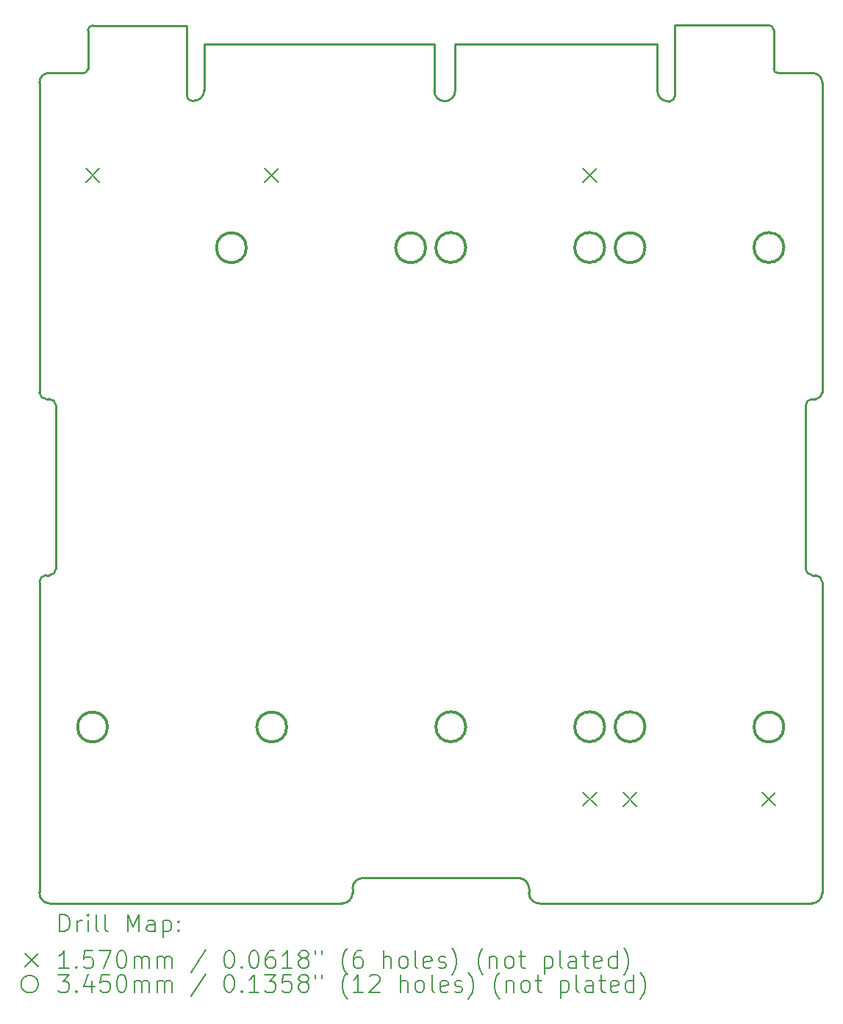
<source format=gbr>
%TF.GenerationSoftware,KiCad,Pcbnew,7.0.1*%
%TF.CreationDate,2023-06-20T19:29:45-04:00*%
%TF.ProjectId,batteryboard,62617474-6572-4796-926f-6172642e6b69,rev?*%
%TF.SameCoordinates,Original*%
%TF.FileFunction,Drillmap*%
%TF.FilePolarity,Positive*%
%FSLAX45Y45*%
G04 Gerber Fmt 4.5, Leading zero omitted, Abs format (unit mm)*
G04 Created by KiCad (PCBNEW 7.0.1) date 2023-06-20 19:29:45*
%MOMM*%
%LPD*%
G01*
G04 APERTURE LIST*
%ADD10C,0.254000*%
%ADD11C,0.200000*%
%ADD12C,0.157000*%
%ADD13C,0.345000*%
G04 APERTURE END LIST*
D10*
X10962640Y-14277340D02*
X10962640Y-14224000D01*
X10962640Y-14277340D02*
G75*
G03*
X11082020Y-14396720I119380J0D01*
G01*
X6474221Y-4284136D02*
X6944215Y-4284136D01*
X14150340Y-10541000D02*
X14150340Y-8663940D01*
X9872219Y-5037935D02*
G75*
G03*
X10112221Y-5037937I120001J-5D01*
G01*
X12442224Y-5037937D02*
G75*
G03*
X12562222Y-5157936I119996J-3D01*
G01*
X7102223Y-5152932D02*
G75*
G03*
X7222222Y-5032934I-3J120002D01*
G01*
X14340840Y-4942758D02*
G75*
G03*
X14230552Y-4832470I-110290J-3D01*
G01*
X12642221Y-5100436D02*
X12642221Y-4490436D01*
X10112221Y-5037935D02*
X10112221Y-4500436D01*
X9872223Y-5037935D02*
X9872223Y-4500436D01*
X10112222Y-4500435D02*
X12442222Y-4500435D01*
X7022224Y-5095433D02*
X7022224Y-4485433D01*
X12442223Y-5037935D02*
X12442223Y-4500436D01*
X5433885Y-4832470D02*
G75*
G03*
X5323840Y-4942514I-5J-110040D01*
G01*
X12562222Y-5157936D02*
X12584721Y-5157936D01*
X5833885Y-4832470D02*
G75*
G03*
X5882200Y-4784154I-5J48320D01*
G01*
X7222222Y-5032932D02*
X7222222Y-4500435D01*
X14150340Y-10541000D02*
G75*
G03*
X14226540Y-10617200I76200J0D01*
G01*
X7079724Y-5152933D02*
X7102223Y-5152933D01*
X7222222Y-4500435D02*
X9872222Y-4500435D01*
X12704006Y-4282268D02*
X12774679Y-4282268D01*
X12584721Y-5157941D02*
G75*
G03*
X12642221Y-5100436I-1J57501D01*
G01*
X5323840Y-8511540D02*
G75*
G03*
X5400040Y-8587740I76200J0D01*
G01*
X5939720Y-4284139D02*
G75*
G03*
X5882219Y-4341637I0J-57501D01*
G01*
X14264640Y-8587740D02*
G75*
G03*
X14340840Y-8511540I0J76200D01*
G01*
X13782218Y-4784136D02*
X13782218Y-4339137D01*
X5438140Y-10617200D02*
G75*
G03*
X5514340Y-10541000I0J76200D01*
G01*
X9050020Y-14104620D02*
G75*
G03*
X8930640Y-14224000I0J-119380D01*
G01*
X5323840Y-8511540D02*
X5323840Y-4942514D01*
X14340840Y-10693400D02*
G75*
G03*
X14264640Y-10617200I-76200J0D01*
G01*
X5514340Y-8663940D02*
G75*
G03*
X5438140Y-8587740I-76200J0D01*
G01*
X13782220Y-4784136D02*
G75*
G03*
X13830553Y-4832470I48330J-5D01*
G01*
X13782222Y-4339137D02*
G75*
G03*
X13725349Y-4282268I-56872J-3D01*
G01*
X8930640Y-14277340D02*
X8930640Y-14224000D01*
X5433885Y-4832470D02*
X5833885Y-4832470D01*
X7022217Y-5095433D02*
G75*
G03*
X7079724Y-5152933I57503J3D01*
G01*
X14340840Y-8511540D02*
X14340840Y-4942758D01*
X5400040Y-10617200D02*
G75*
G03*
X5323840Y-10693400I0J-76200D01*
G01*
X13830553Y-4832470D02*
X14230552Y-4832470D01*
X5882200Y-4784154D02*
X5882219Y-4341637D01*
X14226540Y-10617200D02*
X14264640Y-10617200D01*
X14221460Y-14396720D02*
G75*
G03*
X14340840Y-14277340I0J119380D01*
G01*
X10962640Y-14224000D02*
G75*
G03*
X10843260Y-14104620I-119380J0D01*
G01*
X8811260Y-14396720D02*
G75*
G03*
X8930640Y-14277340I0J119380D01*
G01*
X14226540Y-8587740D02*
X14264640Y-8587740D01*
X9050020Y-14104620D02*
X10843260Y-14104620D01*
X7022220Y-4485435D02*
X7022220Y-4284137D01*
X12642218Y-4490438D02*
X12642218Y-4282268D01*
X12642218Y-4282268D02*
X12704007Y-4282268D01*
X14226540Y-8587740D02*
G75*
G03*
X14150340Y-8663940I0J-76200D01*
G01*
X5939720Y-4284136D02*
X6474221Y-4284136D01*
X12774679Y-4282268D02*
X13725349Y-4282268D01*
X5323839Y-14269720D02*
X5323840Y-10693400D01*
X6944215Y-4284137D02*
X7022220Y-4284137D01*
X5323840Y-14269720D02*
G75*
G03*
X5435600Y-14396720I119380J-7620D01*
G01*
X11082020Y-14396720D02*
X14221460Y-14396720D01*
X14340840Y-14277340D02*
X14340840Y-10693400D01*
X5400040Y-10617200D02*
X5438140Y-10617200D01*
X5435600Y-14396719D02*
X8811260Y-14396720D01*
X5514340Y-10541000D02*
X5514340Y-8663940D01*
X5400040Y-8587740D02*
X5438140Y-8587740D01*
D11*
D12*
X5856310Y-5933510D02*
X6013310Y-6090510D01*
X6013310Y-5933510D02*
X5856310Y-6090510D01*
X7921330Y-5933510D02*
X8078330Y-6090510D01*
X8078330Y-5933510D02*
X7921330Y-6090510D01*
X11583810Y-5930970D02*
X11740810Y-6087970D01*
X11740810Y-5930970D02*
X11583810Y-6087970D01*
X11583810Y-13116970D02*
X11740810Y-13273970D01*
X11740810Y-13116970D02*
X11583810Y-13273970D01*
X12048830Y-13119510D02*
X12205830Y-13276510D01*
X12205830Y-13119510D02*
X12048830Y-13276510D01*
X13648830Y-13116970D02*
X13805830Y-13273970D01*
X13805830Y-13116970D02*
X13648830Y-13273970D01*
D13*
X6107310Y-12365010D02*
G75*
G03*
X6107310Y-12365010I-172500J0D01*
G01*
X7707310Y-6845010D02*
G75*
G03*
X7707310Y-6845010I-172500J0D01*
G01*
X8172330Y-12365010D02*
G75*
G03*
X8172330Y-12365010I-172500J0D01*
G01*
X9772330Y-6845010D02*
G75*
G03*
X9772330Y-6845010I-172500J0D01*
G01*
X10234810Y-6842470D02*
G75*
G03*
X10234810Y-6842470I-172500J0D01*
G01*
X10234810Y-12362470D02*
G75*
G03*
X10234810Y-12362470I-172500J0D01*
G01*
X11834810Y-6842470D02*
G75*
G03*
X11834810Y-6842470I-172500J0D01*
G01*
X11834810Y-12362470D02*
G75*
G03*
X11834810Y-12362470I-172500J0D01*
G01*
X12299830Y-6845010D02*
G75*
G03*
X12299830Y-6845010I-172500J0D01*
G01*
X12299830Y-12362470D02*
G75*
G03*
X12299830Y-12362470I-172500J0D01*
G01*
X13899830Y-6842470D02*
G75*
G03*
X13899830Y-6842470I-172500J0D01*
G01*
X13899830Y-12365010D02*
G75*
G03*
X13899830Y-12365010I-172500J0D01*
G01*
D11*
X5558516Y-14721944D02*
X5558516Y-14521944D01*
X5558516Y-14521944D02*
X5606135Y-14521944D01*
X5606135Y-14521944D02*
X5634707Y-14531467D01*
X5634707Y-14531467D02*
X5653754Y-14550515D01*
X5653754Y-14550515D02*
X5663278Y-14569563D01*
X5663278Y-14569563D02*
X5672802Y-14607658D01*
X5672802Y-14607658D02*
X5672802Y-14636229D01*
X5672802Y-14636229D02*
X5663278Y-14674324D01*
X5663278Y-14674324D02*
X5653754Y-14693372D01*
X5653754Y-14693372D02*
X5634707Y-14712420D01*
X5634707Y-14712420D02*
X5606135Y-14721944D01*
X5606135Y-14721944D02*
X5558516Y-14721944D01*
X5758516Y-14721944D02*
X5758516Y-14588610D01*
X5758516Y-14626705D02*
X5768040Y-14607658D01*
X5768040Y-14607658D02*
X5777564Y-14598134D01*
X5777564Y-14598134D02*
X5796611Y-14588610D01*
X5796611Y-14588610D02*
X5815659Y-14588610D01*
X5882326Y-14721944D02*
X5882326Y-14588610D01*
X5882326Y-14521944D02*
X5872802Y-14531467D01*
X5872802Y-14531467D02*
X5882326Y-14540991D01*
X5882326Y-14540991D02*
X5891850Y-14531467D01*
X5891850Y-14531467D02*
X5882326Y-14521944D01*
X5882326Y-14521944D02*
X5882326Y-14540991D01*
X6006135Y-14721944D02*
X5987088Y-14712420D01*
X5987088Y-14712420D02*
X5977564Y-14693372D01*
X5977564Y-14693372D02*
X5977564Y-14521944D01*
X6110897Y-14721944D02*
X6091850Y-14712420D01*
X6091850Y-14712420D02*
X6082326Y-14693372D01*
X6082326Y-14693372D02*
X6082326Y-14521944D01*
X6339469Y-14721944D02*
X6339469Y-14521944D01*
X6339469Y-14521944D02*
X6406135Y-14664801D01*
X6406135Y-14664801D02*
X6472802Y-14521944D01*
X6472802Y-14521944D02*
X6472802Y-14721944D01*
X6653754Y-14721944D02*
X6653754Y-14617182D01*
X6653754Y-14617182D02*
X6644231Y-14598134D01*
X6644231Y-14598134D02*
X6625183Y-14588610D01*
X6625183Y-14588610D02*
X6587088Y-14588610D01*
X6587088Y-14588610D02*
X6568040Y-14598134D01*
X6653754Y-14712420D02*
X6634707Y-14721944D01*
X6634707Y-14721944D02*
X6587088Y-14721944D01*
X6587088Y-14721944D02*
X6568040Y-14712420D01*
X6568040Y-14712420D02*
X6558516Y-14693372D01*
X6558516Y-14693372D02*
X6558516Y-14674324D01*
X6558516Y-14674324D02*
X6568040Y-14655277D01*
X6568040Y-14655277D02*
X6587088Y-14645753D01*
X6587088Y-14645753D02*
X6634707Y-14645753D01*
X6634707Y-14645753D02*
X6653754Y-14636229D01*
X6748992Y-14588610D02*
X6748992Y-14788610D01*
X6748992Y-14598134D02*
X6768040Y-14588610D01*
X6768040Y-14588610D02*
X6806135Y-14588610D01*
X6806135Y-14588610D02*
X6825183Y-14598134D01*
X6825183Y-14598134D02*
X6834707Y-14607658D01*
X6834707Y-14607658D02*
X6844231Y-14626705D01*
X6844231Y-14626705D02*
X6844231Y-14683848D01*
X6844231Y-14683848D02*
X6834707Y-14702896D01*
X6834707Y-14702896D02*
X6825183Y-14712420D01*
X6825183Y-14712420D02*
X6806135Y-14721944D01*
X6806135Y-14721944D02*
X6768040Y-14721944D01*
X6768040Y-14721944D02*
X6748992Y-14712420D01*
X6929945Y-14702896D02*
X6939469Y-14712420D01*
X6939469Y-14712420D02*
X6929945Y-14721944D01*
X6929945Y-14721944D02*
X6920421Y-14712420D01*
X6920421Y-14712420D02*
X6929945Y-14702896D01*
X6929945Y-14702896D02*
X6929945Y-14721944D01*
X6929945Y-14598134D02*
X6939469Y-14607658D01*
X6939469Y-14607658D02*
X6929945Y-14617182D01*
X6929945Y-14617182D02*
X6920421Y-14607658D01*
X6920421Y-14607658D02*
X6929945Y-14598134D01*
X6929945Y-14598134D02*
X6929945Y-14617182D01*
D12*
X5153897Y-14970920D02*
X5310897Y-15127920D01*
X5310897Y-14970920D02*
X5153897Y-15127920D01*
D11*
X5663278Y-15141944D02*
X5548993Y-15141944D01*
X5606135Y-15141944D02*
X5606135Y-14941944D01*
X5606135Y-14941944D02*
X5587088Y-14970515D01*
X5587088Y-14970515D02*
X5568040Y-14989563D01*
X5568040Y-14989563D02*
X5548993Y-14999086D01*
X5748992Y-15122896D02*
X5758516Y-15132420D01*
X5758516Y-15132420D02*
X5748992Y-15141944D01*
X5748992Y-15141944D02*
X5739469Y-15132420D01*
X5739469Y-15132420D02*
X5748992Y-15122896D01*
X5748992Y-15122896D02*
X5748992Y-15141944D01*
X5939469Y-14941944D02*
X5844231Y-14941944D01*
X5844231Y-14941944D02*
X5834707Y-15037182D01*
X5834707Y-15037182D02*
X5844231Y-15027658D01*
X5844231Y-15027658D02*
X5863278Y-15018134D01*
X5863278Y-15018134D02*
X5910897Y-15018134D01*
X5910897Y-15018134D02*
X5929945Y-15027658D01*
X5929945Y-15027658D02*
X5939469Y-15037182D01*
X5939469Y-15037182D02*
X5948992Y-15056229D01*
X5948992Y-15056229D02*
X5948992Y-15103848D01*
X5948992Y-15103848D02*
X5939469Y-15122896D01*
X5939469Y-15122896D02*
X5929945Y-15132420D01*
X5929945Y-15132420D02*
X5910897Y-15141944D01*
X5910897Y-15141944D02*
X5863278Y-15141944D01*
X5863278Y-15141944D02*
X5844231Y-15132420D01*
X5844231Y-15132420D02*
X5834707Y-15122896D01*
X6015659Y-14941944D02*
X6148992Y-14941944D01*
X6148992Y-14941944D02*
X6063278Y-15141944D01*
X6263278Y-14941944D02*
X6282326Y-14941944D01*
X6282326Y-14941944D02*
X6301373Y-14951467D01*
X6301373Y-14951467D02*
X6310897Y-14960991D01*
X6310897Y-14960991D02*
X6320421Y-14980039D01*
X6320421Y-14980039D02*
X6329945Y-15018134D01*
X6329945Y-15018134D02*
X6329945Y-15065753D01*
X6329945Y-15065753D02*
X6320421Y-15103848D01*
X6320421Y-15103848D02*
X6310897Y-15122896D01*
X6310897Y-15122896D02*
X6301373Y-15132420D01*
X6301373Y-15132420D02*
X6282326Y-15141944D01*
X6282326Y-15141944D02*
X6263278Y-15141944D01*
X6263278Y-15141944D02*
X6244231Y-15132420D01*
X6244231Y-15132420D02*
X6234707Y-15122896D01*
X6234707Y-15122896D02*
X6225183Y-15103848D01*
X6225183Y-15103848D02*
X6215659Y-15065753D01*
X6215659Y-15065753D02*
X6215659Y-15018134D01*
X6215659Y-15018134D02*
X6225183Y-14980039D01*
X6225183Y-14980039D02*
X6234707Y-14960991D01*
X6234707Y-14960991D02*
X6244231Y-14951467D01*
X6244231Y-14951467D02*
X6263278Y-14941944D01*
X6415659Y-15141944D02*
X6415659Y-15008610D01*
X6415659Y-15027658D02*
X6425183Y-15018134D01*
X6425183Y-15018134D02*
X6444231Y-15008610D01*
X6444231Y-15008610D02*
X6472802Y-15008610D01*
X6472802Y-15008610D02*
X6491850Y-15018134D01*
X6491850Y-15018134D02*
X6501373Y-15037182D01*
X6501373Y-15037182D02*
X6501373Y-15141944D01*
X6501373Y-15037182D02*
X6510897Y-15018134D01*
X6510897Y-15018134D02*
X6529945Y-15008610D01*
X6529945Y-15008610D02*
X6558516Y-15008610D01*
X6558516Y-15008610D02*
X6577564Y-15018134D01*
X6577564Y-15018134D02*
X6587088Y-15037182D01*
X6587088Y-15037182D02*
X6587088Y-15141944D01*
X6682326Y-15141944D02*
X6682326Y-15008610D01*
X6682326Y-15027658D02*
X6691850Y-15018134D01*
X6691850Y-15018134D02*
X6710897Y-15008610D01*
X6710897Y-15008610D02*
X6739469Y-15008610D01*
X6739469Y-15008610D02*
X6758516Y-15018134D01*
X6758516Y-15018134D02*
X6768040Y-15037182D01*
X6768040Y-15037182D02*
X6768040Y-15141944D01*
X6768040Y-15037182D02*
X6777564Y-15018134D01*
X6777564Y-15018134D02*
X6796612Y-15008610D01*
X6796612Y-15008610D02*
X6825183Y-15008610D01*
X6825183Y-15008610D02*
X6844231Y-15018134D01*
X6844231Y-15018134D02*
X6853754Y-15037182D01*
X6853754Y-15037182D02*
X6853754Y-15141944D01*
X7244231Y-14932420D02*
X7072802Y-15189563D01*
X7501374Y-14941944D02*
X7520421Y-14941944D01*
X7520421Y-14941944D02*
X7539469Y-14951467D01*
X7539469Y-14951467D02*
X7548993Y-14960991D01*
X7548993Y-14960991D02*
X7558516Y-14980039D01*
X7558516Y-14980039D02*
X7568040Y-15018134D01*
X7568040Y-15018134D02*
X7568040Y-15065753D01*
X7568040Y-15065753D02*
X7558516Y-15103848D01*
X7558516Y-15103848D02*
X7548993Y-15122896D01*
X7548993Y-15122896D02*
X7539469Y-15132420D01*
X7539469Y-15132420D02*
X7520421Y-15141944D01*
X7520421Y-15141944D02*
X7501374Y-15141944D01*
X7501374Y-15141944D02*
X7482326Y-15132420D01*
X7482326Y-15132420D02*
X7472802Y-15122896D01*
X7472802Y-15122896D02*
X7463278Y-15103848D01*
X7463278Y-15103848D02*
X7453755Y-15065753D01*
X7453755Y-15065753D02*
X7453755Y-15018134D01*
X7453755Y-15018134D02*
X7463278Y-14980039D01*
X7463278Y-14980039D02*
X7472802Y-14960991D01*
X7472802Y-14960991D02*
X7482326Y-14951467D01*
X7482326Y-14951467D02*
X7501374Y-14941944D01*
X7653755Y-15122896D02*
X7663278Y-15132420D01*
X7663278Y-15132420D02*
X7653755Y-15141944D01*
X7653755Y-15141944D02*
X7644231Y-15132420D01*
X7644231Y-15132420D02*
X7653755Y-15122896D01*
X7653755Y-15122896D02*
X7653755Y-15141944D01*
X7787088Y-14941944D02*
X7806136Y-14941944D01*
X7806136Y-14941944D02*
X7825183Y-14951467D01*
X7825183Y-14951467D02*
X7834707Y-14960991D01*
X7834707Y-14960991D02*
X7844231Y-14980039D01*
X7844231Y-14980039D02*
X7853755Y-15018134D01*
X7853755Y-15018134D02*
X7853755Y-15065753D01*
X7853755Y-15065753D02*
X7844231Y-15103848D01*
X7844231Y-15103848D02*
X7834707Y-15122896D01*
X7834707Y-15122896D02*
X7825183Y-15132420D01*
X7825183Y-15132420D02*
X7806136Y-15141944D01*
X7806136Y-15141944D02*
X7787088Y-15141944D01*
X7787088Y-15141944D02*
X7768040Y-15132420D01*
X7768040Y-15132420D02*
X7758516Y-15122896D01*
X7758516Y-15122896D02*
X7748993Y-15103848D01*
X7748993Y-15103848D02*
X7739469Y-15065753D01*
X7739469Y-15065753D02*
X7739469Y-15018134D01*
X7739469Y-15018134D02*
X7748993Y-14980039D01*
X7748993Y-14980039D02*
X7758516Y-14960991D01*
X7758516Y-14960991D02*
X7768040Y-14951467D01*
X7768040Y-14951467D02*
X7787088Y-14941944D01*
X8025183Y-14941944D02*
X7987088Y-14941944D01*
X7987088Y-14941944D02*
X7968040Y-14951467D01*
X7968040Y-14951467D02*
X7958516Y-14960991D01*
X7958516Y-14960991D02*
X7939469Y-14989563D01*
X7939469Y-14989563D02*
X7929945Y-15027658D01*
X7929945Y-15027658D02*
X7929945Y-15103848D01*
X7929945Y-15103848D02*
X7939469Y-15122896D01*
X7939469Y-15122896D02*
X7948993Y-15132420D01*
X7948993Y-15132420D02*
X7968040Y-15141944D01*
X7968040Y-15141944D02*
X8006136Y-15141944D01*
X8006136Y-15141944D02*
X8025183Y-15132420D01*
X8025183Y-15132420D02*
X8034707Y-15122896D01*
X8034707Y-15122896D02*
X8044231Y-15103848D01*
X8044231Y-15103848D02*
X8044231Y-15056229D01*
X8044231Y-15056229D02*
X8034707Y-15037182D01*
X8034707Y-15037182D02*
X8025183Y-15027658D01*
X8025183Y-15027658D02*
X8006136Y-15018134D01*
X8006136Y-15018134D02*
X7968040Y-15018134D01*
X7968040Y-15018134D02*
X7948993Y-15027658D01*
X7948993Y-15027658D02*
X7939469Y-15037182D01*
X7939469Y-15037182D02*
X7929945Y-15056229D01*
X8234707Y-15141944D02*
X8120421Y-15141944D01*
X8177564Y-15141944D02*
X8177564Y-14941944D01*
X8177564Y-14941944D02*
X8158516Y-14970515D01*
X8158516Y-14970515D02*
X8139469Y-14989563D01*
X8139469Y-14989563D02*
X8120421Y-14999086D01*
X8348993Y-15027658D02*
X8329945Y-15018134D01*
X8329945Y-15018134D02*
X8320421Y-15008610D01*
X8320421Y-15008610D02*
X8310897Y-14989563D01*
X8310897Y-14989563D02*
X8310897Y-14980039D01*
X8310897Y-14980039D02*
X8320421Y-14960991D01*
X8320421Y-14960991D02*
X8329945Y-14951467D01*
X8329945Y-14951467D02*
X8348993Y-14941944D01*
X8348993Y-14941944D02*
X8387088Y-14941944D01*
X8387088Y-14941944D02*
X8406136Y-14951467D01*
X8406136Y-14951467D02*
X8415659Y-14960991D01*
X8415659Y-14960991D02*
X8425183Y-14980039D01*
X8425183Y-14980039D02*
X8425183Y-14989563D01*
X8425183Y-14989563D02*
X8415659Y-15008610D01*
X8415659Y-15008610D02*
X8406136Y-15018134D01*
X8406136Y-15018134D02*
X8387088Y-15027658D01*
X8387088Y-15027658D02*
X8348993Y-15027658D01*
X8348993Y-15027658D02*
X8329945Y-15037182D01*
X8329945Y-15037182D02*
X8320421Y-15046705D01*
X8320421Y-15046705D02*
X8310897Y-15065753D01*
X8310897Y-15065753D02*
X8310897Y-15103848D01*
X8310897Y-15103848D02*
X8320421Y-15122896D01*
X8320421Y-15122896D02*
X8329945Y-15132420D01*
X8329945Y-15132420D02*
X8348993Y-15141944D01*
X8348993Y-15141944D02*
X8387088Y-15141944D01*
X8387088Y-15141944D02*
X8406136Y-15132420D01*
X8406136Y-15132420D02*
X8415659Y-15122896D01*
X8415659Y-15122896D02*
X8425183Y-15103848D01*
X8425183Y-15103848D02*
X8425183Y-15065753D01*
X8425183Y-15065753D02*
X8415659Y-15046705D01*
X8415659Y-15046705D02*
X8406136Y-15037182D01*
X8406136Y-15037182D02*
X8387088Y-15027658D01*
X8501374Y-14941944D02*
X8501374Y-14980039D01*
X8577564Y-14941944D02*
X8577564Y-14980039D01*
X8872802Y-15218134D02*
X8863279Y-15208610D01*
X8863279Y-15208610D02*
X8844231Y-15180039D01*
X8844231Y-15180039D02*
X8834707Y-15160991D01*
X8834707Y-15160991D02*
X8825183Y-15132420D01*
X8825183Y-15132420D02*
X8815660Y-15084801D01*
X8815660Y-15084801D02*
X8815660Y-15046705D01*
X8815660Y-15046705D02*
X8825183Y-14999086D01*
X8825183Y-14999086D02*
X8834707Y-14970515D01*
X8834707Y-14970515D02*
X8844231Y-14951467D01*
X8844231Y-14951467D02*
X8863279Y-14922896D01*
X8863279Y-14922896D02*
X8872802Y-14913372D01*
X9034707Y-14941944D02*
X8996612Y-14941944D01*
X8996612Y-14941944D02*
X8977564Y-14951467D01*
X8977564Y-14951467D02*
X8968040Y-14960991D01*
X8968040Y-14960991D02*
X8948993Y-14989563D01*
X8948993Y-14989563D02*
X8939469Y-15027658D01*
X8939469Y-15027658D02*
X8939469Y-15103848D01*
X8939469Y-15103848D02*
X8948993Y-15122896D01*
X8948993Y-15122896D02*
X8958517Y-15132420D01*
X8958517Y-15132420D02*
X8977564Y-15141944D01*
X8977564Y-15141944D02*
X9015660Y-15141944D01*
X9015660Y-15141944D02*
X9034707Y-15132420D01*
X9034707Y-15132420D02*
X9044231Y-15122896D01*
X9044231Y-15122896D02*
X9053755Y-15103848D01*
X9053755Y-15103848D02*
X9053755Y-15056229D01*
X9053755Y-15056229D02*
X9044231Y-15037182D01*
X9044231Y-15037182D02*
X9034707Y-15027658D01*
X9034707Y-15027658D02*
X9015660Y-15018134D01*
X9015660Y-15018134D02*
X8977564Y-15018134D01*
X8977564Y-15018134D02*
X8958517Y-15027658D01*
X8958517Y-15027658D02*
X8948993Y-15037182D01*
X8948993Y-15037182D02*
X8939469Y-15056229D01*
X9291850Y-15141944D02*
X9291850Y-14941944D01*
X9377564Y-15141944D02*
X9377564Y-15037182D01*
X9377564Y-15037182D02*
X9368041Y-15018134D01*
X9368041Y-15018134D02*
X9348993Y-15008610D01*
X9348993Y-15008610D02*
X9320421Y-15008610D01*
X9320421Y-15008610D02*
X9301374Y-15018134D01*
X9301374Y-15018134D02*
X9291850Y-15027658D01*
X9501374Y-15141944D02*
X9482326Y-15132420D01*
X9482326Y-15132420D02*
X9472802Y-15122896D01*
X9472802Y-15122896D02*
X9463279Y-15103848D01*
X9463279Y-15103848D02*
X9463279Y-15046705D01*
X9463279Y-15046705D02*
X9472802Y-15027658D01*
X9472802Y-15027658D02*
X9482326Y-15018134D01*
X9482326Y-15018134D02*
X9501374Y-15008610D01*
X9501374Y-15008610D02*
X9529945Y-15008610D01*
X9529945Y-15008610D02*
X9548993Y-15018134D01*
X9548993Y-15018134D02*
X9558517Y-15027658D01*
X9558517Y-15027658D02*
X9568041Y-15046705D01*
X9568041Y-15046705D02*
X9568041Y-15103848D01*
X9568041Y-15103848D02*
X9558517Y-15122896D01*
X9558517Y-15122896D02*
X9548993Y-15132420D01*
X9548993Y-15132420D02*
X9529945Y-15141944D01*
X9529945Y-15141944D02*
X9501374Y-15141944D01*
X9682326Y-15141944D02*
X9663279Y-15132420D01*
X9663279Y-15132420D02*
X9653755Y-15113372D01*
X9653755Y-15113372D02*
X9653755Y-14941944D01*
X9834707Y-15132420D02*
X9815660Y-15141944D01*
X9815660Y-15141944D02*
X9777564Y-15141944D01*
X9777564Y-15141944D02*
X9758517Y-15132420D01*
X9758517Y-15132420D02*
X9748993Y-15113372D01*
X9748993Y-15113372D02*
X9748993Y-15037182D01*
X9748993Y-15037182D02*
X9758517Y-15018134D01*
X9758517Y-15018134D02*
X9777564Y-15008610D01*
X9777564Y-15008610D02*
X9815660Y-15008610D01*
X9815660Y-15008610D02*
X9834707Y-15018134D01*
X9834707Y-15018134D02*
X9844231Y-15037182D01*
X9844231Y-15037182D02*
X9844231Y-15056229D01*
X9844231Y-15056229D02*
X9748993Y-15075277D01*
X9920422Y-15132420D02*
X9939469Y-15141944D01*
X9939469Y-15141944D02*
X9977564Y-15141944D01*
X9977564Y-15141944D02*
X9996612Y-15132420D01*
X9996612Y-15132420D02*
X10006136Y-15113372D01*
X10006136Y-15113372D02*
X10006136Y-15103848D01*
X10006136Y-15103848D02*
X9996612Y-15084801D01*
X9996612Y-15084801D02*
X9977564Y-15075277D01*
X9977564Y-15075277D02*
X9948993Y-15075277D01*
X9948993Y-15075277D02*
X9929945Y-15065753D01*
X9929945Y-15065753D02*
X9920422Y-15046705D01*
X9920422Y-15046705D02*
X9920422Y-15037182D01*
X9920422Y-15037182D02*
X9929945Y-15018134D01*
X9929945Y-15018134D02*
X9948993Y-15008610D01*
X9948993Y-15008610D02*
X9977564Y-15008610D01*
X9977564Y-15008610D02*
X9996612Y-15018134D01*
X10072803Y-15218134D02*
X10082326Y-15208610D01*
X10082326Y-15208610D02*
X10101374Y-15180039D01*
X10101374Y-15180039D02*
X10110898Y-15160991D01*
X10110898Y-15160991D02*
X10120422Y-15132420D01*
X10120422Y-15132420D02*
X10129945Y-15084801D01*
X10129945Y-15084801D02*
X10129945Y-15046705D01*
X10129945Y-15046705D02*
X10120422Y-14999086D01*
X10120422Y-14999086D02*
X10110898Y-14970515D01*
X10110898Y-14970515D02*
X10101374Y-14951467D01*
X10101374Y-14951467D02*
X10082326Y-14922896D01*
X10082326Y-14922896D02*
X10072803Y-14913372D01*
X10434707Y-15218134D02*
X10425183Y-15208610D01*
X10425183Y-15208610D02*
X10406136Y-15180039D01*
X10406136Y-15180039D02*
X10396612Y-15160991D01*
X10396612Y-15160991D02*
X10387088Y-15132420D01*
X10387088Y-15132420D02*
X10377564Y-15084801D01*
X10377564Y-15084801D02*
X10377564Y-15046705D01*
X10377564Y-15046705D02*
X10387088Y-14999086D01*
X10387088Y-14999086D02*
X10396612Y-14970515D01*
X10396612Y-14970515D02*
X10406136Y-14951467D01*
X10406136Y-14951467D02*
X10425183Y-14922896D01*
X10425183Y-14922896D02*
X10434707Y-14913372D01*
X10510898Y-15008610D02*
X10510898Y-15141944D01*
X10510898Y-15027658D02*
X10520422Y-15018134D01*
X10520422Y-15018134D02*
X10539469Y-15008610D01*
X10539469Y-15008610D02*
X10568041Y-15008610D01*
X10568041Y-15008610D02*
X10587088Y-15018134D01*
X10587088Y-15018134D02*
X10596612Y-15037182D01*
X10596612Y-15037182D02*
X10596612Y-15141944D01*
X10720422Y-15141944D02*
X10701374Y-15132420D01*
X10701374Y-15132420D02*
X10691850Y-15122896D01*
X10691850Y-15122896D02*
X10682326Y-15103848D01*
X10682326Y-15103848D02*
X10682326Y-15046705D01*
X10682326Y-15046705D02*
X10691850Y-15027658D01*
X10691850Y-15027658D02*
X10701374Y-15018134D01*
X10701374Y-15018134D02*
X10720422Y-15008610D01*
X10720422Y-15008610D02*
X10748993Y-15008610D01*
X10748993Y-15008610D02*
X10768041Y-15018134D01*
X10768041Y-15018134D02*
X10777564Y-15027658D01*
X10777564Y-15027658D02*
X10787088Y-15046705D01*
X10787088Y-15046705D02*
X10787088Y-15103848D01*
X10787088Y-15103848D02*
X10777564Y-15122896D01*
X10777564Y-15122896D02*
X10768041Y-15132420D01*
X10768041Y-15132420D02*
X10748993Y-15141944D01*
X10748993Y-15141944D02*
X10720422Y-15141944D01*
X10844231Y-15008610D02*
X10920422Y-15008610D01*
X10872803Y-14941944D02*
X10872803Y-15113372D01*
X10872803Y-15113372D02*
X10882326Y-15132420D01*
X10882326Y-15132420D02*
X10901374Y-15141944D01*
X10901374Y-15141944D02*
X10920422Y-15141944D01*
X11139469Y-15008610D02*
X11139469Y-15208610D01*
X11139469Y-15018134D02*
X11158517Y-15008610D01*
X11158517Y-15008610D02*
X11196612Y-15008610D01*
X11196612Y-15008610D02*
X11215660Y-15018134D01*
X11215660Y-15018134D02*
X11225183Y-15027658D01*
X11225183Y-15027658D02*
X11234707Y-15046705D01*
X11234707Y-15046705D02*
X11234707Y-15103848D01*
X11234707Y-15103848D02*
X11225183Y-15122896D01*
X11225183Y-15122896D02*
X11215660Y-15132420D01*
X11215660Y-15132420D02*
X11196612Y-15141944D01*
X11196612Y-15141944D02*
X11158517Y-15141944D01*
X11158517Y-15141944D02*
X11139469Y-15132420D01*
X11348993Y-15141944D02*
X11329945Y-15132420D01*
X11329945Y-15132420D02*
X11320422Y-15113372D01*
X11320422Y-15113372D02*
X11320422Y-14941944D01*
X11510898Y-15141944D02*
X11510898Y-15037182D01*
X11510898Y-15037182D02*
X11501374Y-15018134D01*
X11501374Y-15018134D02*
X11482326Y-15008610D01*
X11482326Y-15008610D02*
X11444231Y-15008610D01*
X11444231Y-15008610D02*
X11425183Y-15018134D01*
X11510898Y-15132420D02*
X11491850Y-15141944D01*
X11491850Y-15141944D02*
X11444231Y-15141944D01*
X11444231Y-15141944D02*
X11425183Y-15132420D01*
X11425183Y-15132420D02*
X11415660Y-15113372D01*
X11415660Y-15113372D02*
X11415660Y-15094324D01*
X11415660Y-15094324D02*
X11425183Y-15075277D01*
X11425183Y-15075277D02*
X11444231Y-15065753D01*
X11444231Y-15065753D02*
X11491850Y-15065753D01*
X11491850Y-15065753D02*
X11510898Y-15056229D01*
X11577564Y-15008610D02*
X11653755Y-15008610D01*
X11606136Y-14941944D02*
X11606136Y-15113372D01*
X11606136Y-15113372D02*
X11615660Y-15132420D01*
X11615660Y-15132420D02*
X11634707Y-15141944D01*
X11634707Y-15141944D02*
X11653755Y-15141944D01*
X11796612Y-15132420D02*
X11777564Y-15141944D01*
X11777564Y-15141944D02*
X11739469Y-15141944D01*
X11739469Y-15141944D02*
X11720422Y-15132420D01*
X11720422Y-15132420D02*
X11710898Y-15113372D01*
X11710898Y-15113372D02*
X11710898Y-15037182D01*
X11710898Y-15037182D02*
X11720422Y-15018134D01*
X11720422Y-15018134D02*
X11739469Y-15008610D01*
X11739469Y-15008610D02*
X11777564Y-15008610D01*
X11777564Y-15008610D02*
X11796612Y-15018134D01*
X11796612Y-15018134D02*
X11806136Y-15037182D01*
X11806136Y-15037182D02*
X11806136Y-15056229D01*
X11806136Y-15056229D02*
X11710898Y-15075277D01*
X11977564Y-15141944D02*
X11977564Y-14941944D01*
X11977564Y-15132420D02*
X11958517Y-15141944D01*
X11958517Y-15141944D02*
X11920422Y-15141944D01*
X11920422Y-15141944D02*
X11901374Y-15132420D01*
X11901374Y-15132420D02*
X11891850Y-15122896D01*
X11891850Y-15122896D02*
X11882326Y-15103848D01*
X11882326Y-15103848D02*
X11882326Y-15046705D01*
X11882326Y-15046705D02*
X11891850Y-15027658D01*
X11891850Y-15027658D02*
X11901374Y-15018134D01*
X11901374Y-15018134D02*
X11920422Y-15008610D01*
X11920422Y-15008610D02*
X11958517Y-15008610D01*
X11958517Y-15008610D02*
X11977564Y-15018134D01*
X12053755Y-15218134D02*
X12063279Y-15208610D01*
X12063279Y-15208610D02*
X12082326Y-15180039D01*
X12082326Y-15180039D02*
X12091850Y-15160991D01*
X12091850Y-15160991D02*
X12101374Y-15132420D01*
X12101374Y-15132420D02*
X12110898Y-15084801D01*
X12110898Y-15084801D02*
X12110898Y-15046705D01*
X12110898Y-15046705D02*
X12101374Y-14999086D01*
X12101374Y-14999086D02*
X12091850Y-14970515D01*
X12091850Y-14970515D02*
X12082326Y-14951467D01*
X12082326Y-14951467D02*
X12063279Y-14922896D01*
X12063279Y-14922896D02*
X12053755Y-14913372D01*
X5310897Y-15326420D02*
G75*
G03*
X5310897Y-15326420I-100000J0D01*
G01*
X5539469Y-15218944D02*
X5663278Y-15218944D01*
X5663278Y-15218944D02*
X5596611Y-15295134D01*
X5596611Y-15295134D02*
X5625183Y-15295134D01*
X5625183Y-15295134D02*
X5644231Y-15304658D01*
X5644231Y-15304658D02*
X5653754Y-15314182D01*
X5653754Y-15314182D02*
X5663278Y-15333229D01*
X5663278Y-15333229D02*
X5663278Y-15380848D01*
X5663278Y-15380848D02*
X5653754Y-15399896D01*
X5653754Y-15399896D02*
X5644231Y-15409420D01*
X5644231Y-15409420D02*
X5625183Y-15418944D01*
X5625183Y-15418944D02*
X5568040Y-15418944D01*
X5568040Y-15418944D02*
X5548993Y-15409420D01*
X5548993Y-15409420D02*
X5539469Y-15399896D01*
X5748992Y-15399896D02*
X5758516Y-15409420D01*
X5758516Y-15409420D02*
X5748992Y-15418944D01*
X5748992Y-15418944D02*
X5739469Y-15409420D01*
X5739469Y-15409420D02*
X5748992Y-15399896D01*
X5748992Y-15399896D02*
X5748992Y-15418944D01*
X5929945Y-15285610D02*
X5929945Y-15418944D01*
X5882326Y-15209420D02*
X5834707Y-15352277D01*
X5834707Y-15352277D02*
X5958516Y-15352277D01*
X6129945Y-15218944D02*
X6034707Y-15218944D01*
X6034707Y-15218944D02*
X6025183Y-15314182D01*
X6025183Y-15314182D02*
X6034707Y-15304658D01*
X6034707Y-15304658D02*
X6053754Y-15295134D01*
X6053754Y-15295134D02*
X6101373Y-15295134D01*
X6101373Y-15295134D02*
X6120421Y-15304658D01*
X6120421Y-15304658D02*
X6129945Y-15314182D01*
X6129945Y-15314182D02*
X6139469Y-15333229D01*
X6139469Y-15333229D02*
X6139469Y-15380848D01*
X6139469Y-15380848D02*
X6129945Y-15399896D01*
X6129945Y-15399896D02*
X6120421Y-15409420D01*
X6120421Y-15409420D02*
X6101373Y-15418944D01*
X6101373Y-15418944D02*
X6053754Y-15418944D01*
X6053754Y-15418944D02*
X6034707Y-15409420D01*
X6034707Y-15409420D02*
X6025183Y-15399896D01*
X6263278Y-15218944D02*
X6282326Y-15218944D01*
X6282326Y-15218944D02*
X6301373Y-15228467D01*
X6301373Y-15228467D02*
X6310897Y-15237991D01*
X6310897Y-15237991D02*
X6320421Y-15257039D01*
X6320421Y-15257039D02*
X6329945Y-15295134D01*
X6329945Y-15295134D02*
X6329945Y-15342753D01*
X6329945Y-15342753D02*
X6320421Y-15380848D01*
X6320421Y-15380848D02*
X6310897Y-15399896D01*
X6310897Y-15399896D02*
X6301373Y-15409420D01*
X6301373Y-15409420D02*
X6282326Y-15418944D01*
X6282326Y-15418944D02*
X6263278Y-15418944D01*
X6263278Y-15418944D02*
X6244231Y-15409420D01*
X6244231Y-15409420D02*
X6234707Y-15399896D01*
X6234707Y-15399896D02*
X6225183Y-15380848D01*
X6225183Y-15380848D02*
X6215659Y-15342753D01*
X6215659Y-15342753D02*
X6215659Y-15295134D01*
X6215659Y-15295134D02*
X6225183Y-15257039D01*
X6225183Y-15257039D02*
X6234707Y-15237991D01*
X6234707Y-15237991D02*
X6244231Y-15228467D01*
X6244231Y-15228467D02*
X6263278Y-15218944D01*
X6415659Y-15418944D02*
X6415659Y-15285610D01*
X6415659Y-15304658D02*
X6425183Y-15295134D01*
X6425183Y-15295134D02*
X6444231Y-15285610D01*
X6444231Y-15285610D02*
X6472802Y-15285610D01*
X6472802Y-15285610D02*
X6491850Y-15295134D01*
X6491850Y-15295134D02*
X6501373Y-15314182D01*
X6501373Y-15314182D02*
X6501373Y-15418944D01*
X6501373Y-15314182D02*
X6510897Y-15295134D01*
X6510897Y-15295134D02*
X6529945Y-15285610D01*
X6529945Y-15285610D02*
X6558516Y-15285610D01*
X6558516Y-15285610D02*
X6577564Y-15295134D01*
X6577564Y-15295134D02*
X6587088Y-15314182D01*
X6587088Y-15314182D02*
X6587088Y-15418944D01*
X6682326Y-15418944D02*
X6682326Y-15285610D01*
X6682326Y-15304658D02*
X6691850Y-15295134D01*
X6691850Y-15295134D02*
X6710897Y-15285610D01*
X6710897Y-15285610D02*
X6739469Y-15285610D01*
X6739469Y-15285610D02*
X6758516Y-15295134D01*
X6758516Y-15295134D02*
X6768040Y-15314182D01*
X6768040Y-15314182D02*
X6768040Y-15418944D01*
X6768040Y-15314182D02*
X6777564Y-15295134D01*
X6777564Y-15295134D02*
X6796612Y-15285610D01*
X6796612Y-15285610D02*
X6825183Y-15285610D01*
X6825183Y-15285610D02*
X6844231Y-15295134D01*
X6844231Y-15295134D02*
X6853754Y-15314182D01*
X6853754Y-15314182D02*
X6853754Y-15418944D01*
X7244231Y-15209420D02*
X7072802Y-15466563D01*
X7501374Y-15218944D02*
X7520421Y-15218944D01*
X7520421Y-15218944D02*
X7539469Y-15228467D01*
X7539469Y-15228467D02*
X7548993Y-15237991D01*
X7548993Y-15237991D02*
X7558516Y-15257039D01*
X7558516Y-15257039D02*
X7568040Y-15295134D01*
X7568040Y-15295134D02*
X7568040Y-15342753D01*
X7568040Y-15342753D02*
X7558516Y-15380848D01*
X7558516Y-15380848D02*
X7548993Y-15399896D01*
X7548993Y-15399896D02*
X7539469Y-15409420D01*
X7539469Y-15409420D02*
X7520421Y-15418944D01*
X7520421Y-15418944D02*
X7501374Y-15418944D01*
X7501374Y-15418944D02*
X7482326Y-15409420D01*
X7482326Y-15409420D02*
X7472802Y-15399896D01*
X7472802Y-15399896D02*
X7463278Y-15380848D01*
X7463278Y-15380848D02*
X7453755Y-15342753D01*
X7453755Y-15342753D02*
X7453755Y-15295134D01*
X7453755Y-15295134D02*
X7463278Y-15257039D01*
X7463278Y-15257039D02*
X7472802Y-15237991D01*
X7472802Y-15237991D02*
X7482326Y-15228467D01*
X7482326Y-15228467D02*
X7501374Y-15218944D01*
X7653755Y-15399896D02*
X7663278Y-15409420D01*
X7663278Y-15409420D02*
X7653755Y-15418944D01*
X7653755Y-15418944D02*
X7644231Y-15409420D01*
X7644231Y-15409420D02*
X7653755Y-15399896D01*
X7653755Y-15399896D02*
X7653755Y-15418944D01*
X7853755Y-15418944D02*
X7739469Y-15418944D01*
X7796612Y-15418944D02*
X7796612Y-15218944D01*
X7796612Y-15218944D02*
X7777564Y-15247515D01*
X7777564Y-15247515D02*
X7758516Y-15266563D01*
X7758516Y-15266563D02*
X7739469Y-15276086D01*
X7920421Y-15218944D02*
X8044231Y-15218944D01*
X8044231Y-15218944D02*
X7977564Y-15295134D01*
X7977564Y-15295134D02*
X8006136Y-15295134D01*
X8006136Y-15295134D02*
X8025183Y-15304658D01*
X8025183Y-15304658D02*
X8034707Y-15314182D01*
X8034707Y-15314182D02*
X8044231Y-15333229D01*
X8044231Y-15333229D02*
X8044231Y-15380848D01*
X8044231Y-15380848D02*
X8034707Y-15399896D01*
X8034707Y-15399896D02*
X8025183Y-15409420D01*
X8025183Y-15409420D02*
X8006136Y-15418944D01*
X8006136Y-15418944D02*
X7948993Y-15418944D01*
X7948993Y-15418944D02*
X7929945Y-15409420D01*
X7929945Y-15409420D02*
X7920421Y-15399896D01*
X8225183Y-15218944D02*
X8129945Y-15218944D01*
X8129945Y-15218944D02*
X8120421Y-15314182D01*
X8120421Y-15314182D02*
X8129945Y-15304658D01*
X8129945Y-15304658D02*
X8148993Y-15295134D01*
X8148993Y-15295134D02*
X8196612Y-15295134D01*
X8196612Y-15295134D02*
X8215659Y-15304658D01*
X8215659Y-15304658D02*
X8225183Y-15314182D01*
X8225183Y-15314182D02*
X8234707Y-15333229D01*
X8234707Y-15333229D02*
X8234707Y-15380848D01*
X8234707Y-15380848D02*
X8225183Y-15399896D01*
X8225183Y-15399896D02*
X8215659Y-15409420D01*
X8215659Y-15409420D02*
X8196612Y-15418944D01*
X8196612Y-15418944D02*
X8148993Y-15418944D01*
X8148993Y-15418944D02*
X8129945Y-15409420D01*
X8129945Y-15409420D02*
X8120421Y-15399896D01*
X8348993Y-15304658D02*
X8329945Y-15295134D01*
X8329945Y-15295134D02*
X8320421Y-15285610D01*
X8320421Y-15285610D02*
X8310897Y-15266563D01*
X8310897Y-15266563D02*
X8310897Y-15257039D01*
X8310897Y-15257039D02*
X8320421Y-15237991D01*
X8320421Y-15237991D02*
X8329945Y-15228467D01*
X8329945Y-15228467D02*
X8348993Y-15218944D01*
X8348993Y-15218944D02*
X8387088Y-15218944D01*
X8387088Y-15218944D02*
X8406136Y-15228467D01*
X8406136Y-15228467D02*
X8415659Y-15237991D01*
X8415659Y-15237991D02*
X8425183Y-15257039D01*
X8425183Y-15257039D02*
X8425183Y-15266563D01*
X8425183Y-15266563D02*
X8415659Y-15285610D01*
X8415659Y-15285610D02*
X8406136Y-15295134D01*
X8406136Y-15295134D02*
X8387088Y-15304658D01*
X8387088Y-15304658D02*
X8348993Y-15304658D01*
X8348993Y-15304658D02*
X8329945Y-15314182D01*
X8329945Y-15314182D02*
X8320421Y-15323705D01*
X8320421Y-15323705D02*
X8310897Y-15342753D01*
X8310897Y-15342753D02*
X8310897Y-15380848D01*
X8310897Y-15380848D02*
X8320421Y-15399896D01*
X8320421Y-15399896D02*
X8329945Y-15409420D01*
X8329945Y-15409420D02*
X8348993Y-15418944D01*
X8348993Y-15418944D02*
X8387088Y-15418944D01*
X8387088Y-15418944D02*
X8406136Y-15409420D01*
X8406136Y-15409420D02*
X8415659Y-15399896D01*
X8415659Y-15399896D02*
X8425183Y-15380848D01*
X8425183Y-15380848D02*
X8425183Y-15342753D01*
X8425183Y-15342753D02*
X8415659Y-15323705D01*
X8415659Y-15323705D02*
X8406136Y-15314182D01*
X8406136Y-15314182D02*
X8387088Y-15304658D01*
X8501374Y-15218944D02*
X8501374Y-15257039D01*
X8577564Y-15218944D02*
X8577564Y-15257039D01*
X8872802Y-15495134D02*
X8863279Y-15485610D01*
X8863279Y-15485610D02*
X8844231Y-15457039D01*
X8844231Y-15457039D02*
X8834707Y-15437991D01*
X8834707Y-15437991D02*
X8825183Y-15409420D01*
X8825183Y-15409420D02*
X8815660Y-15361801D01*
X8815660Y-15361801D02*
X8815660Y-15323705D01*
X8815660Y-15323705D02*
X8825183Y-15276086D01*
X8825183Y-15276086D02*
X8834707Y-15247515D01*
X8834707Y-15247515D02*
X8844231Y-15228467D01*
X8844231Y-15228467D02*
X8863279Y-15199896D01*
X8863279Y-15199896D02*
X8872802Y-15190372D01*
X9053755Y-15418944D02*
X8939469Y-15418944D01*
X8996612Y-15418944D02*
X8996612Y-15218944D01*
X8996612Y-15218944D02*
X8977564Y-15247515D01*
X8977564Y-15247515D02*
X8958517Y-15266563D01*
X8958517Y-15266563D02*
X8939469Y-15276086D01*
X9129945Y-15237991D02*
X9139469Y-15228467D01*
X9139469Y-15228467D02*
X9158517Y-15218944D01*
X9158517Y-15218944D02*
X9206136Y-15218944D01*
X9206136Y-15218944D02*
X9225183Y-15228467D01*
X9225183Y-15228467D02*
X9234707Y-15237991D01*
X9234707Y-15237991D02*
X9244231Y-15257039D01*
X9244231Y-15257039D02*
X9244231Y-15276086D01*
X9244231Y-15276086D02*
X9234707Y-15304658D01*
X9234707Y-15304658D02*
X9120421Y-15418944D01*
X9120421Y-15418944D02*
X9244231Y-15418944D01*
X9482326Y-15418944D02*
X9482326Y-15218944D01*
X9568041Y-15418944D02*
X9568041Y-15314182D01*
X9568041Y-15314182D02*
X9558517Y-15295134D01*
X9558517Y-15295134D02*
X9539469Y-15285610D01*
X9539469Y-15285610D02*
X9510898Y-15285610D01*
X9510898Y-15285610D02*
X9491850Y-15295134D01*
X9491850Y-15295134D02*
X9482326Y-15304658D01*
X9691850Y-15418944D02*
X9672802Y-15409420D01*
X9672802Y-15409420D02*
X9663279Y-15399896D01*
X9663279Y-15399896D02*
X9653755Y-15380848D01*
X9653755Y-15380848D02*
X9653755Y-15323705D01*
X9653755Y-15323705D02*
X9663279Y-15304658D01*
X9663279Y-15304658D02*
X9672802Y-15295134D01*
X9672802Y-15295134D02*
X9691850Y-15285610D01*
X9691850Y-15285610D02*
X9720422Y-15285610D01*
X9720422Y-15285610D02*
X9739469Y-15295134D01*
X9739469Y-15295134D02*
X9748993Y-15304658D01*
X9748993Y-15304658D02*
X9758517Y-15323705D01*
X9758517Y-15323705D02*
X9758517Y-15380848D01*
X9758517Y-15380848D02*
X9748993Y-15399896D01*
X9748993Y-15399896D02*
X9739469Y-15409420D01*
X9739469Y-15409420D02*
X9720422Y-15418944D01*
X9720422Y-15418944D02*
X9691850Y-15418944D01*
X9872802Y-15418944D02*
X9853755Y-15409420D01*
X9853755Y-15409420D02*
X9844231Y-15390372D01*
X9844231Y-15390372D02*
X9844231Y-15218944D01*
X10025183Y-15409420D02*
X10006136Y-15418944D01*
X10006136Y-15418944D02*
X9968041Y-15418944D01*
X9968041Y-15418944D02*
X9948993Y-15409420D01*
X9948993Y-15409420D02*
X9939469Y-15390372D01*
X9939469Y-15390372D02*
X9939469Y-15314182D01*
X9939469Y-15314182D02*
X9948993Y-15295134D01*
X9948993Y-15295134D02*
X9968041Y-15285610D01*
X9968041Y-15285610D02*
X10006136Y-15285610D01*
X10006136Y-15285610D02*
X10025183Y-15295134D01*
X10025183Y-15295134D02*
X10034707Y-15314182D01*
X10034707Y-15314182D02*
X10034707Y-15333229D01*
X10034707Y-15333229D02*
X9939469Y-15352277D01*
X10110898Y-15409420D02*
X10129945Y-15418944D01*
X10129945Y-15418944D02*
X10168041Y-15418944D01*
X10168041Y-15418944D02*
X10187088Y-15409420D01*
X10187088Y-15409420D02*
X10196612Y-15390372D01*
X10196612Y-15390372D02*
X10196612Y-15380848D01*
X10196612Y-15380848D02*
X10187088Y-15361801D01*
X10187088Y-15361801D02*
X10168041Y-15352277D01*
X10168041Y-15352277D02*
X10139469Y-15352277D01*
X10139469Y-15352277D02*
X10120422Y-15342753D01*
X10120422Y-15342753D02*
X10110898Y-15323705D01*
X10110898Y-15323705D02*
X10110898Y-15314182D01*
X10110898Y-15314182D02*
X10120422Y-15295134D01*
X10120422Y-15295134D02*
X10139469Y-15285610D01*
X10139469Y-15285610D02*
X10168041Y-15285610D01*
X10168041Y-15285610D02*
X10187088Y-15295134D01*
X10263279Y-15495134D02*
X10272803Y-15485610D01*
X10272803Y-15485610D02*
X10291850Y-15457039D01*
X10291850Y-15457039D02*
X10301374Y-15437991D01*
X10301374Y-15437991D02*
X10310898Y-15409420D01*
X10310898Y-15409420D02*
X10320422Y-15361801D01*
X10320422Y-15361801D02*
X10320422Y-15323705D01*
X10320422Y-15323705D02*
X10310898Y-15276086D01*
X10310898Y-15276086D02*
X10301374Y-15247515D01*
X10301374Y-15247515D02*
X10291850Y-15228467D01*
X10291850Y-15228467D02*
X10272803Y-15199896D01*
X10272803Y-15199896D02*
X10263279Y-15190372D01*
X10625184Y-15495134D02*
X10615660Y-15485610D01*
X10615660Y-15485610D02*
X10596612Y-15457039D01*
X10596612Y-15457039D02*
X10587088Y-15437991D01*
X10587088Y-15437991D02*
X10577564Y-15409420D01*
X10577564Y-15409420D02*
X10568041Y-15361801D01*
X10568041Y-15361801D02*
X10568041Y-15323705D01*
X10568041Y-15323705D02*
X10577564Y-15276086D01*
X10577564Y-15276086D02*
X10587088Y-15247515D01*
X10587088Y-15247515D02*
X10596612Y-15228467D01*
X10596612Y-15228467D02*
X10615660Y-15199896D01*
X10615660Y-15199896D02*
X10625184Y-15190372D01*
X10701374Y-15285610D02*
X10701374Y-15418944D01*
X10701374Y-15304658D02*
X10710898Y-15295134D01*
X10710898Y-15295134D02*
X10729945Y-15285610D01*
X10729945Y-15285610D02*
X10758517Y-15285610D01*
X10758517Y-15285610D02*
X10777564Y-15295134D01*
X10777564Y-15295134D02*
X10787088Y-15314182D01*
X10787088Y-15314182D02*
X10787088Y-15418944D01*
X10910898Y-15418944D02*
X10891850Y-15409420D01*
X10891850Y-15409420D02*
X10882326Y-15399896D01*
X10882326Y-15399896D02*
X10872803Y-15380848D01*
X10872803Y-15380848D02*
X10872803Y-15323705D01*
X10872803Y-15323705D02*
X10882326Y-15304658D01*
X10882326Y-15304658D02*
X10891850Y-15295134D01*
X10891850Y-15295134D02*
X10910898Y-15285610D01*
X10910898Y-15285610D02*
X10939469Y-15285610D01*
X10939469Y-15285610D02*
X10958517Y-15295134D01*
X10958517Y-15295134D02*
X10968041Y-15304658D01*
X10968041Y-15304658D02*
X10977564Y-15323705D01*
X10977564Y-15323705D02*
X10977564Y-15380848D01*
X10977564Y-15380848D02*
X10968041Y-15399896D01*
X10968041Y-15399896D02*
X10958517Y-15409420D01*
X10958517Y-15409420D02*
X10939469Y-15418944D01*
X10939469Y-15418944D02*
X10910898Y-15418944D01*
X11034707Y-15285610D02*
X11110898Y-15285610D01*
X11063279Y-15218944D02*
X11063279Y-15390372D01*
X11063279Y-15390372D02*
X11072803Y-15409420D01*
X11072803Y-15409420D02*
X11091850Y-15418944D01*
X11091850Y-15418944D02*
X11110898Y-15418944D01*
X11329945Y-15285610D02*
X11329945Y-15485610D01*
X11329945Y-15295134D02*
X11348993Y-15285610D01*
X11348993Y-15285610D02*
X11387088Y-15285610D01*
X11387088Y-15285610D02*
X11406136Y-15295134D01*
X11406136Y-15295134D02*
X11415660Y-15304658D01*
X11415660Y-15304658D02*
X11425183Y-15323705D01*
X11425183Y-15323705D02*
X11425183Y-15380848D01*
X11425183Y-15380848D02*
X11415660Y-15399896D01*
X11415660Y-15399896D02*
X11406136Y-15409420D01*
X11406136Y-15409420D02*
X11387088Y-15418944D01*
X11387088Y-15418944D02*
X11348993Y-15418944D01*
X11348993Y-15418944D02*
X11329945Y-15409420D01*
X11539469Y-15418944D02*
X11520422Y-15409420D01*
X11520422Y-15409420D02*
X11510898Y-15390372D01*
X11510898Y-15390372D02*
X11510898Y-15218944D01*
X11701374Y-15418944D02*
X11701374Y-15314182D01*
X11701374Y-15314182D02*
X11691850Y-15295134D01*
X11691850Y-15295134D02*
X11672803Y-15285610D01*
X11672803Y-15285610D02*
X11634707Y-15285610D01*
X11634707Y-15285610D02*
X11615660Y-15295134D01*
X11701374Y-15409420D02*
X11682326Y-15418944D01*
X11682326Y-15418944D02*
X11634707Y-15418944D01*
X11634707Y-15418944D02*
X11615660Y-15409420D01*
X11615660Y-15409420D02*
X11606136Y-15390372D01*
X11606136Y-15390372D02*
X11606136Y-15371324D01*
X11606136Y-15371324D02*
X11615660Y-15352277D01*
X11615660Y-15352277D02*
X11634707Y-15342753D01*
X11634707Y-15342753D02*
X11682326Y-15342753D01*
X11682326Y-15342753D02*
X11701374Y-15333229D01*
X11768041Y-15285610D02*
X11844231Y-15285610D01*
X11796612Y-15218944D02*
X11796612Y-15390372D01*
X11796612Y-15390372D02*
X11806136Y-15409420D01*
X11806136Y-15409420D02*
X11825183Y-15418944D01*
X11825183Y-15418944D02*
X11844231Y-15418944D01*
X11987088Y-15409420D02*
X11968041Y-15418944D01*
X11968041Y-15418944D02*
X11929945Y-15418944D01*
X11929945Y-15418944D02*
X11910898Y-15409420D01*
X11910898Y-15409420D02*
X11901374Y-15390372D01*
X11901374Y-15390372D02*
X11901374Y-15314182D01*
X11901374Y-15314182D02*
X11910898Y-15295134D01*
X11910898Y-15295134D02*
X11929945Y-15285610D01*
X11929945Y-15285610D02*
X11968041Y-15285610D01*
X11968041Y-15285610D02*
X11987088Y-15295134D01*
X11987088Y-15295134D02*
X11996612Y-15314182D01*
X11996612Y-15314182D02*
X11996612Y-15333229D01*
X11996612Y-15333229D02*
X11901374Y-15352277D01*
X12168041Y-15418944D02*
X12168041Y-15218944D01*
X12168041Y-15409420D02*
X12148993Y-15418944D01*
X12148993Y-15418944D02*
X12110898Y-15418944D01*
X12110898Y-15418944D02*
X12091850Y-15409420D01*
X12091850Y-15409420D02*
X12082326Y-15399896D01*
X12082326Y-15399896D02*
X12072803Y-15380848D01*
X12072803Y-15380848D02*
X12072803Y-15323705D01*
X12072803Y-15323705D02*
X12082326Y-15304658D01*
X12082326Y-15304658D02*
X12091850Y-15295134D01*
X12091850Y-15295134D02*
X12110898Y-15285610D01*
X12110898Y-15285610D02*
X12148993Y-15285610D01*
X12148993Y-15285610D02*
X12168041Y-15295134D01*
X12244231Y-15495134D02*
X12253755Y-15485610D01*
X12253755Y-15485610D02*
X12272803Y-15457039D01*
X12272803Y-15457039D02*
X12282326Y-15437991D01*
X12282326Y-15437991D02*
X12291850Y-15409420D01*
X12291850Y-15409420D02*
X12301374Y-15361801D01*
X12301374Y-15361801D02*
X12301374Y-15323705D01*
X12301374Y-15323705D02*
X12291850Y-15276086D01*
X12291850Y-15276086D02*
X12282326Y-15247515D01*
X12282326Y-15247515D02*
X12272803Y-15228467D01*
X12272803Y-15228467D02*
X12253755Y-15199896D01*
X12253755Y-15199896D02*
X12244231Y-15190372D01*
M02*

</source>
